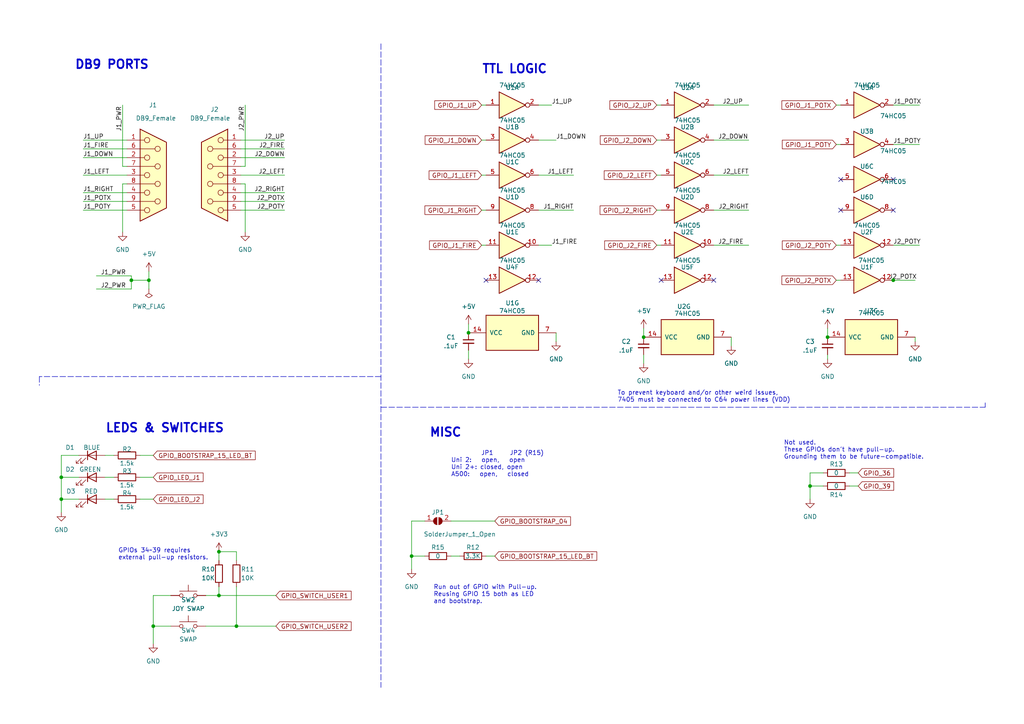
<source format=kicad_sch>
(kicad_sch (version 20211123) (generator eeschema)
  (paper "A4")
  (title_block (title "Unijoysticle 2 A500") (date "2022-05-26") (rev "C") (company "Ricardo Quesada"))
  (lib_symbols
    (symbol "74xx:74LS05" (pin_names (offset 1.016))
      (property "Reference" "U" (at 0 1.27 0))
      (property "Value" "74LS05" (at 0 -1.27 0))
      (symbol "74LS05_1_0"
        (polyline (pts (xy -3.81 3.81) (xy -3.81 -3.81) (xy 3.81 0) (xy -3.81 3.81)) (stroke (width 0.254)) (fill (type background)))
        (pin input line (at -7.62 0 0) (length 3.81) (name "~") (number "1"))
        (pin open_collector inverted (at 7.62 0 180) (length 3.81) (name "~") (number "2"))
      )
      (symbol "74LS05_2_0"
        (polyline (pts (xy -3.81 3.81) (xy -3.81 -3.81) (xy 3.81 0) (xy -3.81 3.81)) (stroke (width 0.254)) (fill (type background)))
        (pin input line (at -7.62 0 0) (length 3.81) (name "~") (number "3"))
        (pin open_collector inverted (at 7.62 0 180) (length 3.81) (name "~") (number "4"))
      )
      (symbol "74LS05_3_0"
        (polyline (pts (xy -3.81 3.81) (xy -3.81 -3.81) (xy 3.81 0) (xy -3.81 3.81)) (stroke (width 0.254)) (fill (type background)))
        (pin input line (at -7.62 0 0) (length 3.81) (name "~") (number "5"))
        (pin open_collector inverted (at 7.62 0 180) (length 3.81) (name "~") (number "6"))
      )
      (symbol "74LS05_4_0"
        (polyline (pts (xy -3.81 3.81) (xy -3.81 -3.81) (xy 3.81 0) (xy -3.81 3.81)) (stroke (width 0.254)) (fill (type background)))
        (pin open_collector inverted (at 7.62 0 180) (length 3.81) (name "~") (number "8"))
        (pin input line (at -7.62 0 0) (length 3.81) (name "~") (number "9"))
      )
      (symbol "74LS05_5_0"
        (polyline (pts (xy -3.81 3.81) (xy -3.81 -3.81) (xy 3.81 0) (xy -3.81 3.81)) (stroke (width 0.254)) (fill (type background)))
        (pin open_collector inverted (at 7.62 0 180) (length 3.81) (name "~") (number "10"))
        (pin input line (at -7.62 0 0) (length 3.81) (name "~") (number "11"))
      )
      (symbol "74LS05_6_0"
        (polyline (pts (xy -3.81 3.81) (xy -3.81 -3.81) (xy 3.81 0) (xy -3.81 3.81)) (stroke (width 0.254)) (fill (type background)))
        (pin open_collector inverted (at 7.62 0 180) (length 3.81) (name "~") (number "12"))
        (pin input line (at -7.62 0 0) (length 3.81) (name "~") (number "13"))
      )
      (symbol "74LS05_7_0"
        (pin power_in line (at 0 12.7 270) (length 5.08) (name "VCC") (number "14"))
        (pin power_in line (at 0 -12.7 90) (length 5.08) (name "GND") (number "7"))
      )
      (symbol "74LS05_7_1"
        (rectangle (start -5.08 7.62) (end 5.08 -7.62) (stroke (width 0.254)) (fill (type background)))
      )
    )
    (symbol "Connector:DB9_Female" (pin_names (offset 1.016) hide)
      (property "Reference" "J" (at 0 13.97 0))
      (property "Value" "DB9_Female" (at 0 -14.605 0))
      (symbol "DB9_Female_0_1"
        (circle (center -1.778 -10.16) (radius 0.762))
        (circle (center -1.778 -5.08) (radius 0.762))
        (circle (center -1.778 0) (radius 0.762))
        (circle (center -1.778 5.08) (radius 0.762))
        (circle (center -1.778 10.16) (radius 0.762))
        (polyline (pts (xy -3.81 -10.16) (xy -2.54 -10.16)))
        (polyline (pts (xy -3.81 -7.62) (xy 0.508 -7.62)))
        (polyline (pts (xy -3.81 -5.08) (xy -2.54 -5.08)))
        (polyline (pts (xy -3.81 -2.54) (xy 0.508 -2.54)))
        (polyline (pts (xy -3.81 0) (xy -2.54 0)))
        (polyline (pts (xy -3.81 2.54) (xy 0.508 2.54)))
        (polyline (pts (xy -3.81 5.08) (xy -2.54 5.08)))
        (polyline (pts (xy -3.81 7.62) (xy 0.508 7.62)))
        (polyline (pts (xy -3.81 10.16) (xy -2.54 10.16)))
        (polyline (pts (xy -3.81 13.335) (xy -3.81 -13.335) (xy 3.81 -9.525) (xy 3.81 9.525) (xy -3.81 13.335)) (stroke (width 0.254)) (fill (type background)))
        (circle (center 1.27 -7.62) (radius 0.762))
        (circle (center 1.27 -2.54) (radius 0.762))
        (circle (center 1.27 2.54) (radius 0.762))
        (circle (center 1.27 7.62) (radius 0.762))
      )
      (symbol "DB9_Female_1_1"
        (pin passive line (at -7.62 10.16 0) (length 3.81) (name "1") (number "1"))
        (pin passive line (at -7.62 5.08 0) (length 3.81) (name "2") (number "2"))
        (pin passive line (at -7.62 0 0) (length 3.81) (name "3") (number "3"))
        (pin passive line (at -7.62 -5.08 0) (length 3.81) (name "4") (number "4"))
        (pin passive line (at -7.62 -10.16 0) (length 3.81) (name "5") (number "5"))
        (pin passive line (at -7.62 7.62 0) (length 3.81) (name "6") (number "6"))
        (pin passive line (at -7.62 2.54 0) (length 3.81) (name "7") (number "7"))
        (pin passive line (at -7.62 -2.54 0) (length 3.81) (name "8") (number "8"))
        (pin passive line (at -7.62 -7.62 0) (length 3.81) (name "9") (number "9"))
      )
    )
    (symbol "Device:C_Small" (pin_numbers hide) (pin_names (offset 0.254) hide)
      (property "Reference" "C" (at 0.254 1.778 0))
      (property "Value" "C_Small" (at 0.254 -2.032 0))
      (symbol "C_Small_0_1"
        (polyline (pts (xy -1.524 -0.508) (xy 1.524 -0.508)) (stroke (width 0.3302)))
        (polyline (pts (xy -1.524 0.508) (xy 1.524 0.508)) (stroke (width 0.3048)))
      )
      (symbol "C_Small_1_1"
        (pin passive line (at 0 2.54 270) (length 2.032) (name "~") (number "1"))
        (pin passive line (at 0 -2.54 90) (length 2.032) (name "~") (number "2"))
      )
    )
    (symbol "Device:LED" (pin_numbers hide) (pin_names (offset 1.016) hide)
      (property "Reference" "D" (at 0 2.54 0))
      (property "Value" "LED" (at 0 -2.54 0))
      (symbol "LED_0_1"
        (polyline (pts (xy -1.27 -1.27) (xy -1.27 1.27)) (stroke (width 0.254)))
        (polyline (pts (xy -1.27 0) (xy 1.27 0)))
        (polyline (pts (xy 1.27 -1.27) (xy 1.27 1.27) (xy -1.27 0) (xy 1.27 -1.27)) (stroke (width 0.254)))
        (polyline (pts (xy -3.048 -0.762) (xy -4.572 -2.286) (xy -3.81 -2.286) (xy -4.572 -2.286) (xy -4.572 -1.524)))
        (polyline (pts (xy -1.778 -0.762) (xy -3.302 -2.286) (xy -2.54 -2.286) (xy -3.302 -2.286) (xy -3.302 -1.524)))
      )
      (symbol "LED_1_1"
        (pin passive line (at -3.81 0 0) (length 2.54) (name "K") (number "1"))
        (pin passive line (at 3.81 0 180) (length 2.54) (name "A") (number "2"))
      )
    )
    (symbol "Device:R" (pin_numbers hide) (pin_names (offset 0))
      (property "Reference" "R" (at 2.032 0 90))
      (property "Value" "R" (at 0 0 90))
      (symbol "R_0_1"
        (rectangle (start -1.016 -2.54) (end 1.016 2.54) (stroke (width 0.254)))
      )
      (symbol "R_1_1"
        (pin passive line (at 0 3.81 270) (length 1.27) (name "~") (number "1"))
        (pin passive line (at 0 -3.81 90) (length 1.27) (name "~") (number "2"))
      )
    )
    (symbol "Jumper:SolderJumper_2_Open" (pin_names (offset 0) hide)
      (property "Reference" "JP" (at 0 2.032 0))
      (property "Value" "SolderJumper_2_Open" (at 0 -2.54 0))
      (symbol "SolderJumper_2_Open_0_1"
        (arc (start -0.254 1.016) (mid -1.27 0) (end -0.254 -1.016))
        (arc (start -0.254 1.016) (mid -1.27 0) (end -0.254 -1.016) (fill (type outline)))
        (polyline (pts (xy -0.254 1.016) (xy -0.254 -1.016)))
        (polyline (pts (xy 0.254 1.016) (xy 0.254 -1.016)))
        (arc (start 0.254 -1.016) (mid 1.27 0) (end 0.254 1.016))
        (arc (start 0.254 -1.016) (mid 1.27 0) (end 0.254 1.016) (fill (type outline)))
      )
      (symbol "SolderJumper_2_Open_1_1"
        (pin passive line (at -3.81 0 0) (length 2.54) (name "A") (number "1"))
        (pin passive line (at 3.81 0 180) (length 2.54) (name "B") (number "2"))
      )
    )
    (symbol "Switch:SW_Push" (pin_numbers hide) (pin_names (offset 1.016) hide)
      (property "Reference" "SW" (at 1.27 2.54 0))
      (property "Value" "SW_Push" (at 0 -1.524 0))
      (symbol "SW_Push_0_1"
        (circle (center -2.032 0) (radius 0.508))
        (polyline (pts (xy 0 1.27) (xy 0 3.048)))
        (polyline (pts (xy 2.54 1.27) (xy -2.54 1.27)))
        (circle (center 2.032 0) (radius 0.508))
        (pin passive line (at -5.08 0 0) (length 2.54) (name "1") (number "1"))
        (pin passive line (at 5.08 0 180) (length 2.54) (name "2") (number "2"))
      )
    )
    (symbol "power:+3V3" (power) (pin_names (offset 0))
      (property "Value" "+3V3" (at 0 3.556 0))
      (symbol "+3V3_0_1"
        (polyline (pts (xy -0.762 1.27) (xy 0 2.54)))
        (polyline (pts (xy 0 0) (xy 0 2.54)))
        (polyline (pts (xy 0 2.54) (xy 0.762 1.27)))
      )
      (symbol "+3V3_1_1"
        (pin power_in line (at 0 0 90) (length 0) hide (name "+3V3") (number "1"))
      )
    )
    (symbol "power:+5V" (power) (pin_names (offset 0))
      (property "Value" "+5V" (at 0 3.556 0))
      (symbol "+5V_0_1"
        (polyline (pts (xy -0.762 1.27) (xy 0 2.54)))
        (polyline (pts (xy 0 0) (xy 0 2.54)))
        (polyline (pts (xy 0 2.54) (xy 0.762 1.27)))
      )
      (symbol "+5V_1_1"
        (pin power_in line (at 0 0 90) (length 0) hide (name "+5V") (number "1"))
      )
    )
    (symbol "power:GND" (power) (pin_names (offset 0))
      (property "Value" "GND" (at 0 -3.81 0))
      (symbol "GND_0_1"
        (polyline (pts (xy 0 0) (xy 0 -1.27) (xy 1.27 -1.27) (xy 0 -2.54) (xy -1.27 -1.27) (xy 0 -1.27)))
      )
      (symbol "GND_1_1"
        (pin power_in line (at 0 0 270) (length 0) hide (name "GND") (number "1"))
      )
    )
    (symbol "power:PWR_FLAG" (power) (pin_numbers hide) (pin_names (offset 0) hide)
      (property "Value" "PWR_FLAG" (at 0 3.81 0))
      (symbol "PWR_FLAG_0_0"
        (pin power_out line (at 0 0 90) (length 0) (name "pwr") (number "1"))
      )
      (symbol "PWR_FLAG_0_1"
        (polyline (pts (xy 0 0) (xy 0 1.27) (xy -1.016 1.905) (xy 0 2.54) (xy 1.016 1.905) (xy 0 1.27)))
      )
    )
  )
  (junction (at 17.78 144.78))
  (junction (at 63.5 160.02))
  (junction (at 44.45 181.61))
  (junction (at 135.89 96.52))
  (junction (at 186.69 97.79))
  (junction (at 38.1 81.28))
  (junction (at 234.95 140.97))
  (junction (at 43.18 81.28))
  (junction (at 17.78 138.43))
  (junction (at 240.03 97.79))
  (junction (at 63.5 172.72))
  (junction (at 259.08 81.28))
  (junction (at 119.38 161.29))
  (junction (at 68.58 181.61))
  (no_connect (at 140.97 81.28))
  (no_connect (at 156.21 81.28))
  (no_connect (at 259.08 52.07))
  (no_connect (at 259.08 60.96))
  (no_connect (at 243.84 52.07))
  (no_connect (at 243.84 60.96))
  (no_connect (at 207.01 81.28))
  (no_connect (at 191.77 81.28))
  (wire (pts (xy 36.83 45.72) (xy 24.13 45.72)))
  (wire (pts (xy 246.38 140.97) (xy 248.92 140.97)))
  (wire (pts (xy 69.85 60.96) (xy 82.55 60.96)))
  (wire (pts (xy 207.01 50.8) (xy 217.17 50.8)))
  (wire (pts (xy 68.58 160.02) (xy 68.58 162.56)))
  (wire (pts (xy 119.38 151.13) (xy 119.38 161.29)))
  (wire (pts (xy 240.03 102.87) (xy 240.03 104.14)))
  (wire (pts (xy 17.78 138.43) (xy 17.78 144.78)))
  (wire (pts (xy 63.5 160.02) (xy 68.58 160.02)))
  (polyline (pts (xy 11.43 109.22) (xy 11.43 111.76)))
  (wire (pts (xy 36.83 40.64) (xy 24.13 40.64)))
  (wire (pts (xy 17.78 144.78) (xy 17.78 148.59)))
  (wire (pts (xy 135.89 101.6) (xy 135.89 104.14)))
  (wire (pts (xy 69.85 48.26) (xy 71.12 48.26)))
  (wire (pts (xy 38.1 81.28) (xy 38.1 83.82)))
  (wire (pts (xy 234.95 137.16) (xy 238.76 137.16)))
  (wire (pts (xy 69.85 40.64) (xy 82.55 40.64)))
  (polyline (pts (xy 110.49 12.7) (xy 110.49 199.39)))
  (wire (pts (xy 22.86 138.43) (xy 17.78 138.43)))
  (wire (pts (xy 30.48 138.43) (xy 33.02 138.43)))
  (wire (pts (xy 156.21 60.96) (xy 166.37 60.96)))
  (wire (pts (xy 40.64 138.43) (xy 44.45 138.43)))
  (wire (pts (xy 234.95 140.97) (xy 238.76 140.97)))
  (polyline (pts (xy 110.49 118.11) (xy 285.75 118.11)))
  (wire (pts (xy 190.5 71.12) (xy 191.77 71.12)))
  (wire (pts (xy 140.97 30.48) (xy 139.7 30.48)))
  (wire (pts (xy 40.64 132.08) (xy 44.45 132.08)))
  (wire (pts (xy 240.03 97.79) (xy 240.03 95.25)))
  (wire (pts (xy 71.12 53.34) (xy 71.12 67.31)))
  (wire (pts (xy 36.83 60.96) (xy 24.13 60.96)))
  (wire (pts (xy 17.78 144.78) (xy 22.86 144.78)))
  (wire (pts (xy 190.5 50.8) (xy 191.77 50.8)))
  (wire (pts (xy 186.69 97.79) (xy 186.69 95.25)))
  (wire (pts (xy 30.48 132.08) (xy 33.02 132.08)))
  (wire (pts (xy 207.01 30.48) (xy 217.17 30.48)))
  (wire (pts (xy 135.89 96.52) (xy 135.89 93.98)))
  (wire (pts (xy 68.58 181.61) (xy 80.01 181.61)))
  (wire (pts (xy 63.5 172.72) (xy 80.01 172.72)))
  (wire (pts (xy 265.43 97.79) (xy 265.43 99.06)))
  (wire (pts (xy 212.09 97.79) (xy 212.09 100.33)))
  (wire (pts (xy 242.57 81.28) (xy 243.84 81.28)))
  (wire (pts (xy 246.38 137.16) (xy 248.92 137.16)))
  (wire (pts (xy 123.19 151.13) (xy 119.38 151.13)))
  (polyline (pts (xy 285.75 116.84) (xy 285.75 118.11)))
  (wire (pts (xy 35.56 30.48) (xy 35.56 48.26)))
  (wire (pts (xy 59.69 181.61) (xy 68.58 181.61)))
  (wire (pts (xy 44.45 181.61) (xy 49.53 181.61)))
  (wire (pts (xy 207.01 71.12) (xy 217.17 71.12)))
  (wire (pts (xy 242.57 41.91) (xy 243.84 41.91)))
  (wire (pts (xy 140.97 40.64) (xy 139.7 40.64)))
  (wire (pts (xy 186.69 102.87) (xy 186.69 105.41)))
  (wire (pts (xy 68.58 170.18) (xy 68.58 181.61)))
  (wire (pts (xy 259.08 41.91) (xy 266.7 41.91)))
  (polyline (pts (xy 110.49 109.22) (xy 11.43 109.22)))
  (wire (pts (xy 190.5 30.48) (xy 191.77 30.48)))
  (wire (pts (xy 30.48 144.78) (xy 33.02 144.78)))
  (wire (pts (xy 71.12 30.48) (xy 71.12 48.26)))
  (wire (pts (xy 43.18 78.74) (xy 43.18 81.28)))
  (wire (pts (xy 63.5 162.56) (xy 63.5 160.02)))
  (wire (pts (xy 35.56 53.34) (xy 35.56 67.31)))
  (wire (pts (xy 234.95 140.97) (xy 234.95 144.78)))
  (wire (pts (xy 140.97 60.96) (xy 139.7 60.96)))
  (wire (pts (xy 27.94 80.01) (xy 38.1 80.01)))
  (wire (pts (xy 36.83 50.8) (xy 24.13 50.8)))
  (wire (pts (xy 259.08 81.28) (xy 265.43 81.28)))
  (wire (pts (xy 59.69 172.72) (xy 63.5 172.72)))
  (wire (pts (xy 207.01 40.64) (xy 217.17 40.64)))
  (wire (pts (xy 243.84 30.48) (xy 242.57 30.48)))
  (wire (pts (xy 69.85 50.8) (xy 82.55 50.8)))
  (wire (pts (xy 130.81 151.13) (xy 143.51 151.13)))
  (wire (pts (xy 156.21 50.8) (xy 166.37 50.8)))
  (wire (pts (xy 190.5 60.96) (xy 191.77 60.96)))
  (wire (pts (xy 38.1 81.28) (xy 43.18 81.28)))
  (wire (pts (xy 156.21 40.64) (xy 161.29 40.64)))
  (wire (pts (xy 69.85 58.42) (xy 82.55 58.42)))
  (wire (pts (xy 27.94 83.82) (xy 38.1 83.82)))
  (wire (pts (xy 17.78 132.08) (xy 17.78 138.43)))
  (wire (pts (xy 69.85 45.72) (xy 82.55 45.72)))
  (wire (pts (xy 119.38 161.29) (xy 119.38 165.1)))
  (wire (pts (xy 69.85 53.34) (xy 71.12 53.34)))
  (wire (pts (xy 22.86 132.08) (xy 17.78 132.08)))
  (wire (pts (xy 259.08 71.12) (xy 266.7 71.12)))
  (wire (pts (xy 63.5 170.18) (xy 63.5 172.72)))
  (wire (pts (xy 257.81 81.28) (xy 259.08 81.28)))
  (wire (pts (xy 43.18 81.28) (xy 43.18 83.82)))
  (wire (pts (xy 69.85 43.18) (xy 82.55 43.18)))
  (wire (pts (xy 161.29 96.52) (xy 161.29 99.06)))
  (wire (pts (xy 140.97 71.12) (xy 139.7 71.12)))
  (wire (pts (xy 156.21 71.12) (xy 160.02 71.12)))
  (wire (pts (xy 190.5 40.64) (xy 191.77 40.64)))
  (wire (pts (xy 259.08 30.48) (xy 266.7 30.48)))
  (wire (pts (xy 36.83 58.42) (xy 24.13 58.42)))
  (wire (pts (xy 234.95 137.16) (xy 234.95 140.97)))
  (wire (pts (xy 44.45 172.72) (xy 49.53 172.72)))
  (wire (pts (xy 40.64 144.78) (xy 44.45 144.78)))
  (wire (pts (xy 36.83 48.26) (xy 35.56 48.26)))
  (wire (pts (xy 36.83 55.88) (xy 24.13 55.88)))
  (wire (pts (xy 36.83 43.18) (xy 24.13 43.18)))
  (wire (pts (xy 69.85 55.88) (xy 82.55 55.88)))
  (wire (pts (xy 38.1 80.01) (xy 38.1 81.28)))
  (wire (pts (xy 140.97 161.29) (xy 143.51 161.29)))
  (wire (pts (xy 44.45 181.61) (xy 44.45 186.69)))
  (wire (pts (xy 44.45 172.72) (xy 44.45 181.61)))
  (wire (pts (xy 242.57 71.12) (xy 243.84 71.12)))
  (wire (pts (xy 123.19 161.29) (xy 119.38 161.29)))
  (wire (pts (xy 36.83 53.34) (xy 35.56 53.34)))
  (wire (pts (xy 156.21 30.48) (xy 160.02 30.48)))
  (wire (pts (xy 140.97 50.8) (xy 139.7 50.8)))
  (wire (pts (xy 207.01 60.96) (xy 217.17 60.96)))
  (wire (pts (xy 130.81 161.29) (xy 133.35 161.29)))
  (text "LEDS & SWITCHES" (at 30.48 125.73 0) (effects (font (size 2.4892 2.4892) (thickness 0.4978) bold) (justify left bottom)))
  (text "Not used.\nThese GPIOs don't have pull-up.\nGrounding them to be future-compatible." (at 227.33 133.35 0) (effects (font (size 1.27 1.27)) (justify left bottom)))
  (text "GPIOs 34~39 requires\nexternal pull-up resistors." (at 34.29 162.56 0) (effects (font (size 1.27 1.27)) (justify left bottom)))
  (text "To prevent keyboard and/or other weird issues,\n7405 must be connected to C64 power lines (VDD)" (at 179.07 116.84 0) (effects (font (size 1.27 1.27)) (justify left bottom)))
  (text "DB9 PORTS" (at 21.59 20.32 0) (effects (font (size 2.4892 2.4892) (thickness 0.4978) bold) (justify left bottom)))
  (text "TTL LOGIC" (at 139.7 21.59 0) (effects (font (size 2.4892 2.4892) (thickness 0.4978) bold) (justify left bottom)))
  (text "Run out of GPIO with Pull-up.\nReusing GPIO 15 both as LED\nand bootstrap." (at 125.73 175.26 0) (effects (font (size 1.27 1.27)) (justify left bottom)))
  (text "MISC" (at 124.46 127 0) (effects (font (size 2.4892 2.4892) (thickness 0.4978) bold) (justify left bottom)))
  (text "         JP1     JP2 (R15)\nUni 2:   open,   open\nUni 2+: closed, open\nA500:   open,   closed\n" (at 130.81 138.43 0) (effects (font (size 1.27 1.27)) (justify left bottom)))
  (label "J2_UP" (at 209.55 30.48 0))
  (label "J2_POTY" (at 82.55 60.96 180))
  (label "J1_RIGHT" (at 166.37 60.96 180))
  (label "J1_PWR" (at 35.56 38.1 90))
  (label "J2_RIGHT" (at 82.55 55.88 180))
  (label "J2_RIGHT" (at 217.17 60.96 180))
  (label "J1_FIRE" (at 160.02 71.12 0))
  (label "J2_LEFT" (at 82.55 50.8 180))
  (label "J1_UP" (at 160.02 30.48 0))
  (label "J1_LEFT" (at 24.13 50.8 0))
  (label "J1_DOWN" (at 24.13 45.72 0))
  (label "J1_POTY" (at 24.13 60.96 0))
  (label "J1_DOWN" (at 161.29 40.64 0))
  (label "J1_POTX" (at 24.13 58.42 0))
  (label "J1_RIGHT" (at 24.13 55.88 0))
  (label "J1_UP" (at 24.13 40.64 0))
  (label "J2_DOWN" (at 82.55 45.72 180))
  (label "J2_LEFT" (at 217.17 50.8 180))
  (label "J1_FIRE" (at 24.13 43.18 0))
  (label "J2_FIRE" (at 82.55 43.18 180))
  (label "J1_POTX" (at 259.08 30.48 0))
  (label "J2_POTY" (at 259.08 71.12 0))
  (label "J2_POTX" (at 82.55 58.42 180))
  (label "J2_DOWN" (at 208.28 40.64 0))
  (label "J2_PWR" (at 29.21 83.82 0))
  (label "J1_PWR" (at 29.21 80.01 0))
  (label "J2_POTX" (at 257.81 81.28 0))
  (label "J2_UP" (at 82.55 40.64 180))
  (label "J1_POTY" (at 259.08 41.91 0))
  (label "J2_PWR" (at 71.12 38.1 90))
  (label "J1_LEFT" (at 166.37 50.8 180))
  (label "J2_FIRE" (at 208.28 71.12 0))
  (global_label "GPIO_LED_J2" (shape input) (at 44.45 144.78 0) (property "Intersheet References" "${INTERSHEET_REFS}" (effects hide)))
  (global_label "GPIO_J2_LEFT" (shape input) (at 190.5 50.8 180) (property "Intersheet References" "${INTERSHEET_REFS}" (effects hide)))
  (global_label "GPIO_SWITCH_USER2" (shape input) (at 80.01 181.61 0) (property "Intersheet References" "${INTERSHEET_REFS}" (effects hide)))
  (global_label "GPIO_J1_POTY" (shape input) (at 242.57 41.91 180) (property "Intersheet References" "${INTERSHEET_REFS}" (effects hide)))
  (global_label "GPIO_J2_POTX" (shape input) (at 242.57 81.28 180) (property "Intersheet References" "${INTERSHEET_REFS}" (effects hide)))
  (global_label "GPIO_J1_LEFT" (shape input) (at 139.7 50.8 180) (property "Intersheet References" "${INTERSHEET_REFS}" (effects hide)))
  (global_label "GPIO_BOOTSTRAP_15_LED_BT" (shape input) (at 143.51 161.29 0) (property "Intersheet References" "${INTERSHEET_REFS}" (effects hide)))
  (global_label "GPIO_J2_DOWN" (shape input) (at 190.5 40.64 180) (property "Intersheet References" "${INTERSHEET_REFS}" (effects hide)))
  (global_label "GPIO_39" (shape input) (at 248.92 140.97 0) (property "Intersheet References" "${INTERSHEET_REFS}" (effects hide)))
  (global_label "GPIO_J1_UP" (shape input) (at 139.7 30.48 180) (property "Intersheet References" "${INTERSHEET_REFS}" (effects hide)))
  (global_label "GPIO_36" (shape input) (at 248.92 137.16 0) (property "Intersheet References" "${INTERSHEET_REFS}" (effects hide)))
  (global_label "GPIO_SWITCH_USER1" (shape input) (at 80.01 172.72 0) (property "Intersheet References" "${INTERSHEET_REFS}" (effects hide)))
  (global_label "GPIO_J1_DOWN" (shape input) (at 139.7 40.64 180) (property "Intersheet References" "${INTERSHEET_REFS}" (effects hide)))
  (global_label "GPIO_LED_J1" (shape input) (at 44.45 138.43 0) (property "Intersheet References" "${INTERSHEET_REFS}" (effects hide)))
  (global_label "GPIO_J1_FIRE" (shape input) (at 139.7 71.12 180) (property "Intersheet References" "${INTERSHEET_REFS}" (effects hide)))
  (global_label "GPIO_J2_FIRE" (shape input) (at 190.5 71.12 180) (property "Intersheet References" "${INTERSHEET_REFS}" (effects hide)))
  (global_label "GPIO_J2_POTY" (shape input) (at 242.57 71.12 180) (property "Intersheet References" "${INTERSHEET_REFS}" (effects hide)))
  (global_label "GPIO_J1_POTX" (shape input) (at 242.57 30.48 180) (property "Intersheet References" "${INTERSHEET_REFS}" (effects hide)))
  (global_label "GPIO_BOOTSTRAP_04" (shape input) (at 143.51 151.13 0) (property "Intersheet References" "${INTERSHEET_REFS}" (effects hide)))
  (global_label "GPIO_BOOTSTRAP_15_LED_BT" (shape input) (at 44.45 132.08 0) (property "Intersheet References" "${INTERSHEET_REFS}" (effects hide)))
  (global_label "GPIO_J2_UP" (shape input) (at 190.5 30.48 180) (property "Intersheet References" "${INTERSHEET_REFS}" (effects hide)))
  (global_label "GPIO_J1_RIGHT" (shape input) (at 139.7 60.96 180) (property "Intersheet References" "${INTERSHEET_REFS}" (effects hide)))
  (global_label "GPIO_J2_RIGHT" (shape input) (at 190.5 60.96 180) (property "Intersheet References" "${INTERSHEET_REFS}" (effects hide)))
  (symbol (lib_id "Connector:DB9_Female") (at 44.45 50.8 0) (unit 1)
    (property "Reference" "J1" (at 43.18 30.48 0) (effects (justify left)))
    (property "Value" "DB9_Female" (at 39.37 34.29 0) (effects (justify left)))
    (property "Footprint" "Connector_Dsub:DSUB-9_Female_Horizontal_P2.77x2.54mm_EdgePinOffset9.40mm" (effects hide))
    (property "Datasheet" " ~" (effects hide))
  )
  (symbol (lib_id "Connector:DB9_Female") (at 62.23 50.8 0) (mirror y) (unit 1)
    (property "Reference" "J2" (at 62.23 31.75 0))
    (property "Value" "DB9_Female" (at 60.96 34.29 0))
    (property "Footprint" "Connector_Dsub:DSUB-9_Female_Horizontal_P2.77x2.54mm_EdgePinOffset9.40mm" (effects hide))
    (property "Datasheet" " ~" (effects hide))
  )
  (symbol (lib_id "74xx:74LS05") (at 148.59 30.48 0) (unit 1)
    (property "Reference" "U1" (at 148.59 25.4 0))
    (property "Value" "74HC05" (at 148.59 24.7396 0))
    (property "Footprint" "Package_SO:SOIC-14_3.9x8.7mm_P1.27mm" (effects hide))
    (property "Datasheet" "http://www.ti.com/lit/gpn/sn74LS05" (effects hide))
  )
  (symbol (lib_id "74xx:74LS05") (at 148.59 40.64 0) (unit 2)
    (property "Reference" "U1" (at 148.59 36.83 0))
    (property "Value" "74HC05" (at 148.59 34.8996 0))
    (property "Footprint" "Package_SO:SOIC-14_3.9x8.7mm_P1.27mm" (effects hide))
    (property "Datasheet" "http://www.ti.com/lit/gpn/sn74LS05" (effects hide))
  )
  (symbol (lib_id "74xx:74LS05") (at 148.59 50.8 0) (unit 3)
    (property "Reference" "U1" (at 148.59 46.99 0))
    (property "Value" "74HC05" (at 148.59 45.0596 0))
    (property "Footprint" "Package_SO:SOIC-14_3.9x8.7mm_P1.27mm" (effects hide))
    (property "Datasheet" "http://www.ti.com/lit/gpn/sn74LS05" (effects hide))
  )
  (symbol (lib_id "74xx:74LS05") (at 148.59 60.96 0) (unit 4)
    (property "Reference" "U1" (at 148.59 57.15 0))
    (property "Value" "74HC05" (at 148.59 55.2196 0))
    (property "Footprint" "Package_SO:SOIC-14_3.9x8.7mm_P1.27mm" (effects hide))
    (property "Datasheet" "http://www.ti.com/lit/gpn/sn74LS05" (effects hide))
  )
  (symbol (lib_id "74xx:74LS05") (at 148.59 71.12 0) (unit 5)
    (property "Reference" "U1" (at 148.59 67.31 0))
    (property "Value" "74HC05" (at 148.59 65.3796 0))
    (property "Footprint" "Package_SO:SOIC-14_3.9x8.7mm_P1.27mm" (effects hide))
    (property "Datasheet" "http://www.ti.com/lit/gpn/sn74LS05" (effects hide))
  )
  (symbol (lib_id "74xx:74LS05") (at 148.59 96.52 90) (unit 7)
    (property "Reference" "U1" (at 150.622 87.884 90) (effects (justify left)))
    (property "Value" "74HC05" (at 152.4 90.17 90) (effects (justify left)))
    (property "Footprint" "Package_SO:SOIC-14_3.9x8.7mm_P1.27mm" (effects hide))
    (property "Datasheet" "http://www.ti.com/lit/gpn/sn74LS05" (effects hide))
  )
  (symbol (lib_id "74xx:74LS05") (at 199.39 30.48 0) (unit 1)
    (property "Reference" "U2" (at 199.39 25.4 0))
    (property "Value" "74HC05" (at 199.39 24.7396 0))
    (property "Footprint" "Package_SO:SOIC-14_3.9x8.7mm_P1.27mm" (effects hide))
    (property "Datasheet" "http://www.ti.com/lit/gpn/sn74LS05" (effects hide))
  )
  (symbol (lib_id "74xx:74LS05") (at 199.39 40.64 0) (unit 2)
    (property "Reference" "U2" (at 199.39 36.83 0))
    (property "Value" "74HC05" (at 199.39 34.8996 0))
    (property "Footprint" "Package_SO:SOIC-14_3.9x8.7mm_P1.27mm" (effects hide))
    (property "Datasheet" "http://www.ti.com/lit/gpn/sn74LS05" (effects hide))
  )
  (symbol (lib_id "74xx:74LS05") (at 199.39 50.8 0) (unit 3)
    (property "Reference" "U2" (at 199.39 46.99 0))
    (property "Value" "74HC05" (at 199.39 45.0596 0))
    (property "Footprint" "Package_SO:SOIC-14_3.9x8.7mm_P1.27mm" (effects hide))
    (property "Datasheet" "http://www.ti.com/lit/gpn/sn74LS05" (effects hide))
  )
  (symbol (lib_id "74xx:74LS05") (at 199.39 60.96 0) (unit 4)
    (property "Reference" "U2" (at 199.39 57.15 0))
    (property "Value" "74HC05" (at 199.39 55.2196 0))
    (property "Footprint" "Package_SO:SOIC-14_3.9x8.7mm_P1.27mm" (effects hide))
    (property "Datasheet" "http://www.ti.com/lit/gpn/sn74LS05" (effects hide))
  )
  (symbol (lib_id "74xx:74LS05") (at 199.39 71.12 0) (unit 5)
    (property "Reference" "U2" (at 199.39 67.31 0))
    (property "Value" "74HC05" (at 199.39 65.3796 0))
    (property "Footprint" "Package_SO:SOIC-14_3.9x8.7mm_P1.27mm" (effects hide))
    (property "Datasheet" "http://www.ti.com/lit/gpn/sn74LS05" (effects hide))
  )
  (symbol (lib_id "74xx:74LS05") (at 251.46 81.28 0) (unit 6)
    (property "Reference" "U1" (at 251.46 77.47 0))
    (property "Value" "74HC05" (at 252.73 75.5396 0))
    (property "Footprint" "Package_SO:SOIC-14_3.9x8.7mm_P1.27mm" (effects hide))
    (property "Datasheet" "http://www.ti.com/lit/gpn/sn74LS05" (effects hide))
  )
  (symbol (lib_id "74xx:74LS05") (at 251.46 71.12 0) (unit 6)
    (property "Reference" "U2" (at 251.46 67.31 0))
    (property "Value" "74HC05" (at 251.46 65.3796 0))
    (property "Footprint" "Package_SO:SOIC-14_3.9x8.7mm_P1.27mm" (effects hide))
    (property "Datasheet" "http://www.ti.com/lit/gpn/sn74LS05" (effects hide))
  )
  (symbol (lib_id "74xx:74LS05") (at 199.39 97.79 90) (unit 7)
    (property "Reference" "U2" (at 200.406 88.9 90) (effects (justify left)))
    (property "Value" "74HC05" (at 203.2 90.932 90) (effects (justify left)))
    (property "Footprint" "Package_SO:SOIC-14_3.9x8.7mm_P1.27mm" (effects hide))
    (property "Datasheet" "http://www.ti.com/lit/gpn/sn74LS05" (effects hide))
  )
  (symbol (lib_id "Device:LED") (at 26.67 138.43 0) (unit 1)
    (property "Reference" "D2" (at 20.32 136.144 0))
    (property "Value" "GREEN" (at 26.162 136.144 0))
    (property "Footprint" "LED_SMD:LED_0805_2012Metric_Pad1.15x1.40mm_HandSolder" (effects hide))
  )
  (symbol (lib_id "Device:LED") (at 26.67 144.78 0) (unit 1)
    (property "Reference" "D3" (at 20.574 142.494 0))
    (property "Value" "RED" (at 26.416 142.494 0))
    (property "Footprint" "LED_SMD:LED_0805_2012Metric_Pad1.15x1.40mm_HandSolder" (effects hide))
  )
  (symbol (lib_id "Switch:SW_Push") (at 54.61 172.72 0) (unit 1)
    (property "Reference" "SW2" (at 54.61 173.99 0))
    (property "Value" "JOY SWAP" (at 54.61 176.53 0))
    (property "Footprint" "Button_Switch_THT:SW_Tactile_SPST_Angled_PTS645Vx39-2LFS" (effects hide))
  )
  (symbol (lib_id "Device:R") (at 36.83 138.43 90) (unit 1)
    (property "Reference" "R3" (at 36.83 136.652 90))
    (property "Value" "1.5k" (at 36.83 140.716 90))
    (property "Footprint" "Resistor_SMD:R_0805_2012Metric_Pad1.20x1.40mm_HandSolder" (effects hide))
  )
  (symbol (lib_id "Device:C_Small") (at 240.03 100.33 0) (unit 1)
    (property "Reference" "C3" (at 234.95 99.06 0))
    (property "Value" ".1uF" (at 234.95 101.6 0))
    (property "Footprint" "Capacitor_SMD:C_0805_2012Metric_Pad1.18x1.45mm_HandSolder" (effects hide))
  )
  (symbol (lib_id "Device:C_Small") (at 186.69 100.33 0) (unit 1)
    (property "Reference" "C2" (at 181.61 99.06 0))
    (property "Value" ".1uF" (at 181.61 101.6 0))
    (property "Footprint" "Capacitor_SMD:C_0805_2012Metric_Pad1.18x1.45mm_HandSolder" (effects hide))
  )
  (symbol (lib_id "Device:C_Small") (at 135.89 99.06 0) (unit 1)
    (property "Reference" "C1" (at 130.81 97.79 0))
    (property "Value" ".1uF" (at 130.81 100.33 0))
    (property "Footprint" "Capacitor_SMD:C_0805_2012Metric_Pad1.18x1.45mm_HandSolder" (effects hide))
  )
  (symbol (lib_id "Device:LED") (at 26.67 132.08 0) (unit 1)
    (property "Reference" "D1" (at 20.32 129.794 0))
    (property "Value" "BLUE" (at 26.67 129.794 0))
    (property "Footprint" "LED_SMD:LED_0805_2012Metric_Pad1.15x1.40mm_HandSolder" (effects hide))
  )
  (symbol (lib_id "Device:R") (at 36.83 132.08 90) (unit 1)
    (property "Reference" "R2" (at 36.83 130.302 90))
    (property "Value" "1.5k" (at 36.83 134.366 90))
    (property "Footprint" "Resistor_SMD:R_0805_2012Metric_Pad1.20x1.40mm_HandSolder" (effects hide))
  )
  (symbol (lib_id "Device:R") (at 36.83 144.78 90) (unit 1)
    (property "Reference" "R4" (at 36.83 143.002 90))
    (property "Value" "1.5k" (at 36.83 147.066 90))
    (property "Footprint" "Resistor_SMD:R_0805_2012Metric_Pad1.20x1.40mm_HandSolder" (effects hide))
  )
  (symbol (lib_id "74xx:74LS05") (at 251.46 30.48 0) (unit 1)
    (property "Reference" "U3" (at 251.46 25.4 0))
    (property "Value" "74HC05" (at 251.46 24.7396 0))
    (property "Footprint" "Package_SO:SOIC-14_3.9x8.7mm_P1.27mm" (effects hide))
    (property "Datasheet" "http://www.ti.com/lit/gpn/sn74LS05" (effects hide))
  )
  (symbol (lib_id "74xx:74LS05") (at 251.46 41.91 0) (unit 2)
    (property "Reference" "U3" (at 251.46 38.1 0))
    (property "Value" "74HC05" (at 259.08 33.6296 0))
    (property "Footprint" "Package_SO:SOIC-14_3.9x8.7mm_P1.27mm" (effects hide))
    (property "Datasheet" "http://www.ti.com/lit/gpn/sn74LS05" (effects hide))
  )
  (symbol (lib_id "74xx:74LS05") (at 252.73 97.79 90) (unit 7)
    (property "Reference" "U3" (at 252.73 90.17 90))
    (property "Value" "74HC05" (at 252.73 90.7796 90))
    (property "Footprint" "Package_SO:SOIC-14_3.9x8.7mm_P1.27mm" (effects hide))
    (property "Datasheet" "http://www.ti.com/lit/gpn/sn74LS05" (effects hide))
  )
  (symbol (lib_id "Jumper:SolderJumper_2_Open") (at 127 151.13 0) (unit 1)
    (property "Reference" "JP1" (at 127 148.59 0))
    (property "Value" "SolderJumper_1_Open" (at 133.35 154.94 0))
    (property "Footprint" "Jumper:SolderJumper-2_P1.3mm_Open_Pad1.0x1.5mm" (effects hide))
  )
  (symbol (lib_id "power:GND") (at 234.95 144.78 0) (unit 1)
    (property "Reference" "#PWR038" (effects hide))
    (property "Value" "GND" (at 234.95 149.86 0))
  )
  (symbol (lib_id "Device:R") (at 242.57 140.97 90) (unit 1)
    (property "Reference" "R14" (at 242.57 143.51 90))
    (property "Value" "0" (at 242.57 140.97 90))
    (property "Footprint" "Resistor_SMD:R_0805_2012Metric_Pad1.20x1.40mm_HandSolder" (effects hide))
  )
  (symbol (lib_id "power:GND") (at 212.09 100.33 0) (unit 1)
    (property "Reference" "#PWR037" (effects hide))
    (property "Value" "GND" (at 212.09 105.41 0))
  )
  (symbol (lib_id "power:+5V") (at 240.03 95.25 0) (unit 1)
    (property "Reference" "#PWR039" (effects hide))
    (property "Value" "+5V" (at 240.03 90.17 0))
  )
  (symbol (lib_id "power:+5V") (at 43.18 78.74 0) (unit 1)
    (property "Reference" "#PWR027" (effects hide))
    (property "Value" "+5V" (at 43.18 73.66 0))
  )
  (symbol (lib_id "Device:R") (at 127 161.29 90) (unit 1)
    (property "Reference" "R15" (at 127 158.75 90))
    (property "Value" "0" (at 127 161.29 90))
    (property "Footprint" "Resistor_SMD:R_0805_2012Metric_Pad1.20x1.40mm_HandSolder" (effects hide))
  )
  (symbol (lib_id "power:GND") (at 71.12 67.31 0) (unit 1)
    (property "Reference" "#PWR030" (effects hide))
    (property "Value" "GND" (at 71.12 72.39 0))
  )
  (symbol (lib_id "74xx:74LS05") (at 148.59 81.28 0) (unit 6)
    (property "Reference" "U4" (at 148.59 77.47 0))
    (property "Value" "74HC05" (at 148.59 75.5396 0))
    (property "Footprint" "Package_SO:SOIC-14_3.9x8.7mm_P1.27mm" (effects hide))
    (property "Datasheet" "http://www.ti.com/lit/gpn/sn74LS05" (effects hide))
  )
  (symbol (lib_id "Switch:SW_Push") (at 54.61 181.61 0) (unit 1)
    (property "Reference" "SW4" (at 54.61 182.88 0))
    (property "Value" "SWAP" (at 54.61 185.42 0))
    (property "Footprint" "Button_Switch_THT:SW_Tactile_SPST_Angled_PTS645Vx39-2LFS" (effects hide))
  )
  (symbol (lib_id "power:GND") (at 186.69 105.41 0) (unit 1)
    (property "Reference" "#PWR036" (effects hide))
    (property "Value" "GND" (at 186.69 110.49 0))
  )
  (symbol (lib_id "Device:R") (at 63.5 166.37 0) (unit 1)
    (property "Reference" "R10" (at 58.42 165.1 0) (effects (justify left)))
    (property "Value" "10K" (at 58.42 167.64 0) (effects (justify left)))
    (property "Footprint" "Resistor_SMD:R_0805_2012Metric_Pad1.20x1.40mm_HandSolder" (effects hide))
  )
  (symbol (lib_id "Device:R") (at 137.16 161.29 90) (unit 1)
    (property "Reference" "R12" (at 137.16 158.75 90))
    (property "Value" "3.3K" (at 137.16 161.29 90))
    (property "Footprint" "Resistor_SMD:R_0805_2012Metric_Pad1.20x1.40mm_HandSolder" (effects hide))
  )
  (symbol (lib_id "power:GND") (at 44.45 186.69 0) (unit 1)
    (property "Reference" "#PWR028" (effects hide))
    (property "Value" "GND" (at 44.45 191.77 0))
  )
  (symbol (lib_id "Device:R") (at 242.57 137.16 90) (unit 1)
    (property "Reference" "R13" (at 242.57 134.62 90))
    (property "Value" "0" (at 242.57 137.16 90))
    (property "Footprint" "Resistor_SMD:R_0805_2012Metric_Pad1.20x1.40mm_HandSolder" (effects hide))
  )
  (symbol (lib_id "power:GND") (at 265.43 99.06 0) (unit 1)
    (property "Reference" "#PWR041" (effects hide))
    (property "Value" "GND" (at 265.43 104.14 0))
  )
  (symbol (lib_id "power:+5V") (at 186.69 95.25 0) (unit 1)
    (property "Reference" "#PWR035" (effects hide))
    (property "Value" "+5V" (at 186.69 90.17 0))
  )
  (symbol (lib_id "power:GND") (at 161.29 99.06 0) (unit 1)
    (property "Reference" "#PWR034" (effects hide))
    (property "Value" "GND" (at 161.29 104.14 0))
  )
  (symbol (lib_id "power:PWR_FLAG") (at 43.18 83.82 180) (unit 1)
    (property "Reference" "#FLG0102" (effects hide))
    (property "Value" "PWR_FLAG" (at 43.18 88.9 0))
  )
  (symbol (lib_id "74xx:74LS05") (at 199.39 81.28 0) (unit 6)
    (property "Reference" "U5" (at 199.39 77.47 0))
    (property "Value" "74HC05" (at 199.39 75.5396 0))
    (property "Footprint" "Package_SO:SOIC-14_3.9x8.7mm_P1.27mm" (effects hide))
    (property "Datasheet" "http://www.ti.com/lit/gpn/sn74LS05" (effects hide))
  )
  (symbol (lib_id "Device:R") (at 68.58 166.37 0) (unit 1)
    (property "Reference" "R11" (at 69.85 165.1 0) (effects (justify left)))
    (property "Value" "10K" (at 69.85 167.64 0) (effects (justify left)))
    (property "Footprint" "Resistor_SMD:R_0805_2012Metric_Pad1.20x1.40mm_HandSolder" (effects hide))
  )
  (symbol (lib_id "74xx:74LS05") (at 251.46 52.07 0) (unit 3)
    (property "Reference" "U6" (at 251.46 48.26 0))
    (property "Value" "74HC05" (at 259.08 43.7896 0))
    (property "Footprint" "Package_SO:SOIC-14_3.9x8.7mm_P1.27mm" (effects hide))
    (property "Datasheet" "http://www.ti.com/lit/gpn/sn74LS05" (effects hide))
  )
  (symbol (lib_id "power:+3V3") (at 63.5 160.02 0) (unit 1)
    (property "Reference" "#PWR029" (effects hide))
    (property "Value" "+3V3" (at 63.5 154.94 0))
  )
  (symbol (lib_id "power:GND") (at 240.03 104.14 0) (unit 1)
    (property "Reference" "#PWR040" (effects hide))
    (property "Value" "GND" (at 240.03 109.22 0))
  )
  (symbol (lib_id "power:GND") (at 119.38 165.1 0) (unit 1)
    (property "Reference" "#PWR031" (effects hide))
    (property "Value" "GND" (at 119.38 170.18 0))
  )
  (symbol (lib_id "power:+5V") (at 135.89 93.98 0) (unit 1)
    (property "Reference" "#PWR032" (effects hide))
    (property "Value" "+5V" (at 135.89 88.9 0))
  )
  (symbol (lib_id "74xx:74LS05") (at 251.46 60.96 0) (unit 4)
    (property "Reference" "U6" (at 251.46 57.15 0))
    (property "Value" "74HC05" (at 259.08 52.6796 0))
    (property "Footprint" "Package_SO:SOIC-14_3.9x8.7mm_P1.27mm" (effects hide))
    (property "Datasheet" "http://www.ti.com/lit/gpn/sn74LS05" (effects hide))
  )
  (symbol (lib_id "power:GND") (at 135.89 104.14 0) (unit 1)
    (property "Reference" "#PWR033" (effects hide))
    (property "Value" "GND" (at 135.89 109.22 0))
  )
  (symbol (lib_id "power:GND") (at 35.56 67.31 0) (unit 1)
    (property "Reference" "#PWR026" (effects hide))
    (property "Value" "GND" (at 35.56 72.4154 0))
  )
  (symbol (lib_id "power:GND") (at 17.78 148.59 0) (unit 1)
    (property "Reference" "#PWR025" (effects hide))
    (property "Value" "GND" (at 17.78 153.67 0))
  )
)
</source>
